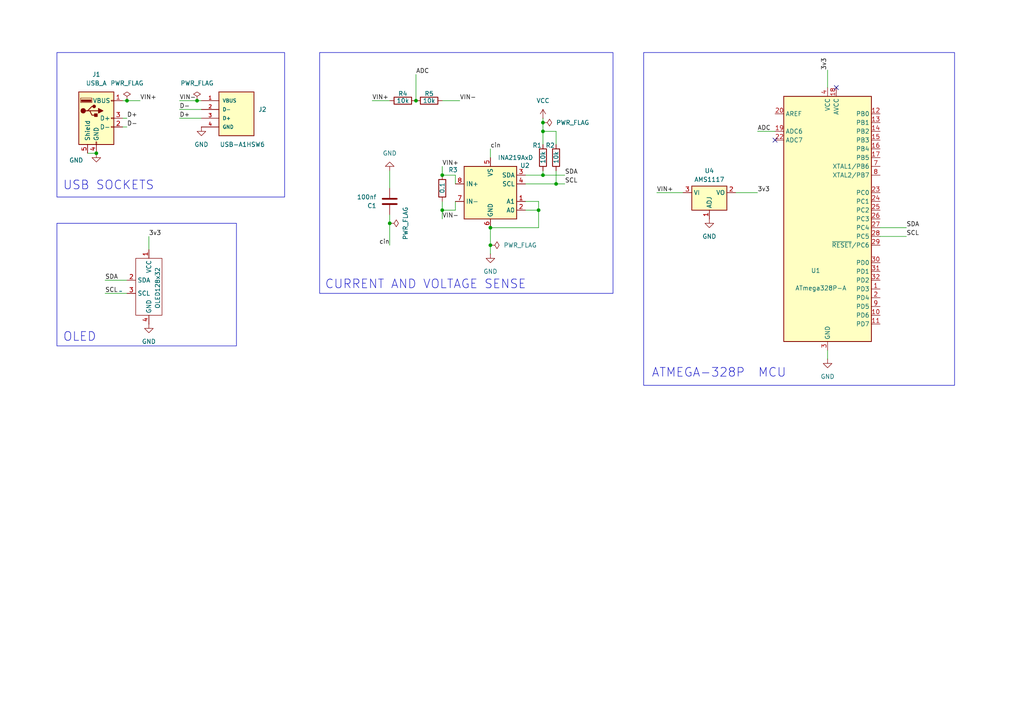
<source format=kicad_sch>
(kicad_sch (version 20250114) (generator "eeschema") (generator_version "9.0")
  (paper "A4")
  (lib_symbols
    (symbol "Connector:USB_A" (pin_names (offset 1.016))
      (property "Reference" "J" (at -5.08 11.43 0))
      (property "Value" "USB_A" (at -5.08 8.89 0))
      (symbol "USB_A_0_1"
        (rectangle (start -5.08 -7.62) (end 5.08 7.62) (stroke (width 0.254)) (fill (type background)))
        (circle (center -3.81 2.159) (radius 0.635) (stroke (width 0.254)) (fill (type outline)))
        (polyline (pts (xy -3.175 2.159) (xy -2.54 2.159) (xy -1.27 3.429) (xy -0.635 3.429)) (stroke (width 0.254)))
        (polyline (pts (xy -2.54 2.159) (xy -1.905 2.159) (xy -1.27 0.889) (xy 0 0.889)) (stroke (width 0.254)))
        (rectangle (start -1.524 4.826) (end -4.318 5.334) (fill (type outline)))
        (rectangle (start -1.27 4.572) (end -4.572 5.842))
        (circle (center -0.635 3.429) (radius 0.381) (stroke (width 0.254)) (fill (type outline)))
        (rectangle (start -0.127 -7.62) (end 0.127 -6.858))
        (rectangle (start 0.254 1.27) (end -0.508 0.508) (stroke (width 0.254)) (fill (type outline)))
        (polyline (pts (xy 0.635 2.794) (xy 0.635 1.524) (xy 1.905 2.159) (xy 0.635 2.794)) (stroke (width 0.254)) (fill (type outline)))
        (rectangle (start 5.08 4.953) (end 4.318 5.207))
        (rectangle (start 5.08 -0.127) (end 4.318 0.127))
        (rectangle (start 5.08 -2.667) (end 4.318 -2.413))
      )
      (symbol "USB_A_1_1"
        (polyline (pts (xy -1.905 2.159) (xy 0.635 2.159)) (stroke (width 0.254)))
        (pin passive line (at -2.54 -10.16 90) (length 2.54) (name "Shield") (number "5"))
        (pin power_in line (at 0 -10.16 90) (length 2.54) (name "GND") (number "4"))
        (pin power_in line (at 7.62 5.08 180) (length 2.54) (name "VBUS") (number "1"))
        (pin bidirectional line (at 7.62 0 180) (length 2.54) (name "D+") (number "3"))
        (pin bidirectional line (at 7.62 -2.54 180) (length 2.54) (name "D-") (number "2"))
      )
    )
    (symbol "Device:C" (pin_numbers (hide yes)) (pin_names (offset 0.254))
      (property "Reference" "C" (at 0.635 2.54 0))
      (property "Value" "C" (at 0.635 -2.54 0))
      (symbol "C_0_1"
        (polyline (pts (xy -2.032 0.762) (xy 2.032 0.762)) (stroke (width 0.508)))
        (polyline (pts (xy -2.032 -0.762) (xy 2.032 -0.762)) (stroke (width 0.508)))
      )
      (symbol "C_1_1"
        (pin passive line (at 0 3.81 270) (length 2.794) (name "~") (number "1"))
        (pin passive line (at 0 -3.81 90) (length 2.794) (name "~") (number "2"))
      )
    )
    (symbol "Device:R" (pin_numbers (hide yes)) (pin_names (offset 0))
      (property "Reference" "R" (at 2.032 0 90))
      (property "Value" "R" (at 0 0 90))
      (symbol "R_0_1"
        (rectangle (start -1.016 -2.54) (end 1.016 2.54) (stroke (width 0.254)))
      )
      (symbol "R_1_1"
        (pin passive line (at 0 3.81 270) (length 1.27) (name "~") (number "1"))
        (pin passive line (at 0 -3.81 90) (length 1.27) (name "~") (number "2"))
      )
    )
    (symbol "MCU_Microchip_ATmega:ATmega328P-A"
      (property "Reference" "U" (at -12.7 36.83 0))
      (property "Value" "ATmega328P-A" (at 2.54 -36.83 0))
      (symbol "ATmega328P-A_0_1"
        (rectangle (start -12.7 -35.56) (end 12.7 35.56) (stroke (width 0.254)) (fill (type background)))
      )
      (symbol "ATmega328P-A_1_1"
        (pin passive line (at -15.24 30.48 0) (length 2.54) (name "AREF") (number "20"))
        (pin input line (at -15.24 25.4 0) (length 2.54) (name "ADC6") (number "19"))
        (pin input line (at -15.24 22.86 0) (length 2.54) (name "ADC7") (number "22"))
        (pin power_in line (at 0 38.1 270) (length 2.54) (name "VCC") (number "4"))
        (pin passive line (at 0 38.1 270) (length 2.54) (hide yes) (name "VCC") (number "6"))
        (pin passive line (at 0 -38.1 90) (length 2.54) (hide yes) (name "GND") (number "21"))
        (pin power_in line (at 0 -38.1 90) (length 2.54) (name "GND") (number "3"))
        (pin passive line (at 0 -38.1 90) (length 2.54) (hide yes) (name "GND") (number "5"))
        (pin power_in line (at 2.54 38.1 270) (length 2.54) (name "AVCC") (number "18"))
        (pin bidirectional line (at 15.24 30.48 180) (length 2.54) (name "PB0") (number "12"))
        (pin bidirectional line (at 15.24 27.94 180) (length 2.54) (name "PB1") (number "13"))
        (pin bidirectional line (at 15.24 25.4 180) (length 2.54) (name "PB2") (number "14"))
        (pin bidirectional line (at 15.24 22.86 180) (length 2.54) (name "PB3") (number "15"))
        (pin bidirectional line (at 15.24 20.32 180) (length 2.54) (name "PB4") (number "16"))
        (pin bidirectional line (at 15.24 17.78 180) (length 2.54) (name "PB5") (number "17"))
        (pin bidirectional line (at 15.24 15.24 180) (length 2.54) (name "XTAL1/PB6") (number "7"))
        (pin bidirectional line (at 15.24 12.7 180) (length 2.54) (name "XTAL2/PB7") (number "8"))
        (pin bidirectional line (at 15.24 7.62 180) (length 2.54) (name "PC0") (number "23"))
        (pin bidirectional line (at 15.24 5.08 180) (length 2.54) (name "PC1") (number "24"))
        (pin bidirectional line (at 15.24 2.54 180) (length 2.54) (name "PC2") (number "25"))
        (pin bidirectional line (at 15.24 0 180) (length 2.54) (name "PC3") (number "26"))
        (pin bidirectional line (at 15.24 -2.54 180) (length 2.54) (name "PC4") (number "27"))
        (pin bidirectional line (at 15.24 -5.08 180) (length 2.54) (name "PC5") (number "28"))
        (pin bidirectional line (at 15.24 -7.62 180) (length 2.54) (name "~{RESET}/PC6") (number "29"))
        (pin bidirectional line (at 15.24 -12.7 180) (length 2.54) (name "PD0") (number "30"))
        (pin bidirectional line (at 15.24 -15.24 180) (length 2.54) (name "PD1") (number "31"))
        (pin bidirectional line (at 15.24 -17.78 180) (length 2.54) (name "PD2") (number "32"))
        (pin bidirectional line (at 15.24 -20.32 180) (length 2.54) (name "PD3") (number "1"))
        (pin bidirectional line (at 15.24 -22.86 180) (length 2.54) (name "PD4") (number "2"))
        (pin bidirectional line (at 15.24 -25.4 180) (length 2.54) (name "PD5") (number "9"))
        (pin bidirectional line (at 15.24 -27.94 180) (length 2.54) (name "PD6") (number "10"))
        (pin bidirectional line (at 15.24 -30.48 180) (length 2.54) (name "PD7") (number "11"))
      )
    )
    (symbol "Regulator_Linear:AMS1117"
      (property "Reference" "U" (at -3.81 3.175 0))
      (property "Value" "AMS1117" (at 0 3.175 0))
      (symbol "AMS1117_0_1"
        (rectangle (start -5.08 -5.08) (end 5.08 1.905) (stroke (width 0.254)) (fill (type background)))
      )
      (symbol "AMS1117_1_1"
        (pin power_in line (at -7.62 0 0) (length 2.54) (name "VI") (number "3"))
        (pin input line (at 0 -7.62 90) (length 2.54) (name "ADJ") (number "1"))
        (pin power_out line (at 7.62 0 180) (length 2.54) (name "VO") (number "2"))
      )
    )
    (symbol "Sensor_Energy:INA219AxD"
      (property "Reference" "U" (at -6.35 8.89 0))
      (property "Value" "INA219AxD" (at 5.08 8.89 0))
      (symbol "INA219AxD_0_1"
        (rectangle (start -7.62 7.62) (end 7.62 -7.62) (stroke (width 0.254)) (fill (type background)))
      )
      (symbol "INA219AxD_1_1"
        (pin input line (at -10.16 2.54 0) (length 2.54) (name "IN+") (number "8"))
        (pin input line (at -10.16 -2.54 0) (length 2.54) (name "IN-") (number "7"))
        (pin power_in line (at 0 10.16 270) (length 2.54) (name "VS") (number "5"))
        (pin power_in line (at 0 -10.16 90) (length 2.54) (name "GND") (number "6"))
        (pin bidirectional line (at 10.16 5.08 180) (length 2.54) (name "SDA") (number "3"))
        (pin input line (at 10.16 2.54 180) (length 2.54) (name "SCL") (number "4"))
        (pin input line (at 10.16 -2.54 180) (length 2.54) (name "A1") (number "1"))
        (pin input line (at 10.16 -5.08 180) (length 2.54) (name "A0") (number "2"))
      )
    )
    (symbol "USB-A1HSW6:USB-A1HSW6" (pin_names (offset 1.016))
      (property "Reference" "J" (at -5.0818 8.898 0))
      (property "Value" "USB-A1HSW6" (at -5.0836 -7.6344 0))
      (symbol "USB-A1HSW6_0_0"
        (rectangle (start -5.08 -5.08) (end 5.08 7.62) (stroke (width 0.254)) (fill (type background)))
        (pin power_in line (at -10.16 5.08 0) (length 5.08) (name "VBUS") (number "1"))
        (pin bidirectional line (at -10.16 2.54 0) (length 5.08) (name "D-") (number "2"))
        (pin bidirectional line (at -10.16 0 0) (length 5.08) (name "D+") (number "3"))
        (pin power_in line (at -10.16 -2.54 0) (length 5.08) (name "GND") (number "4"))
      )
    )
    (symbol "power:GND" (power) (pin_numbers (hide yes)) (pin_names (offset 0) (hide yes))
      (property "Value" "GND" (at 0 -3.81 0))
      (symbol "GND_0_1"
        (polyline (pts (xy 0 0) (xy 0 -1.27) (xy 1.27 -1.27) (xy 0 -2.54) (xy -1.27 -1.27) (xy 0 -1.27)))
      )
      (symbol "GND_1_1"
        (pin power_in line (at 0 0 270) (length 0) (name "~") (number "1"))
      )
    )
    (symbol "power:PWR_FLAG" (power) (pin_numbers (hide yes)) (pin_names (offset 0) (hide yes))
      (property "Value" "PWR_FLAG" (at 0 3.81 0))
      (symbol "PWR_FLAG_0_0"
        (pin power_out line (at 0 0 90) (length 0) (name "~") (number "1"))
      )
      (symbol "PWR_FLAG_0_1"
        (polyline (pts (xy 0 0) (xy 0 1.27) (xy -1.016 1.905) (xy 0 2.54) (xy 1.016 1.905) (xy 0 1.27)))
      )
    )
    (symbol "power:VCC" (power) (pin_numbers (hide yes)) (pin_names (offset 0) (hide yes))
      (property "Value" "VCC" (at 0 3.556 0))
      (symbol "VCC_0_1"
        (polyline (pts (xy -0.762 1.27) (xy 0 2.54)))
        (polyline (pts (xy 0 2.54) (xy 0.762 1.27)))
        (polyline (pts (xy 0 0) (xy 0 2.54)))
      )
      (symbol "VCC_1_1"
        (pin power_in line (at 0 0 90) (length 0) (name "~") (number "1"))
      )
    )
    (symbol "ssd1306:128x32_display"
      (property "Reference" "OLED128x32" (at 2.54 5.08 90))
      (property "Value" "~" (at -7.62 -1.905 0))
      (symbol "128x32_display_0_1"
        (rectangle (start -3.81 7.62) (end 3.81 -8.89))
      )
      (symbol "128x32_display_1_1"
        (pin bidirectional line (at -6.35 1.27 0) (length 2.54) (name "SDA") (number "2"))
        (pin bidirectional line (at -6.35 -2.54 0) (length 2.54) (name "SCL") (number "3"))
        (pin power_in line (at 0 10.16 270) (length 2.54) (name "VCC") (number "1"))
        (pin power_in line (at 0 -11.43 90) (length 2.54) (name "GND") (number "4"))
      )
    )
  )
  (rectangle (start 92.71 15.24) (end 177.8 85.09))
  (rectangle (start 186.69 15.24) (end 276.86 111.76))
  (rectangle (start 16.51 64.77) (end 68.58 100.33))
  (rectangle (start 16.51 15.24) (end 82.55 57.15))
  (text "USB SOCKETS\n" (at 31.496 53.848 0) (effects (font (size 2.54 2.54))))
  (text "OLED\n" (at 23.114 97.79 0) (effects (font (size 2.54 2.54))))
  (text "ATMEGA-328P  MCU\n\n" (at 208.534 110.236 0) (effects (font (size 2.54 2.54))))
  (text "CURRENT AND VOLTAGE SENSE" (at 123.444 82.55 0) (effects (font (size 2.54 2.54))))
  (junction (at 157.48 35.56))
  (junction (at 142.24 66.04))
  (junction (at 120.65 29.21))
  (junction (at 57.15 29.21))
  (junction (at 142.24 71.12))
  (junction (at 27.94 44.45))
  (junction (at 113.03 64.77))
  (junction (at 161.29 53.34))
  (junction (at 157.48 50.8))
  (junction (at 36.83 29.21))
  (junction (at 156.21 60.96))
  (junction (at 128.27 60.96))
  (junction (at 128.27 50.8))
  (junction (at 157.48 38.1))
  (no_connect (at 224.79 40.64))
  (no_connect (at 242.57 25.4))
  (wire (pts (xy 240.03 20.32) (xy 240.03 25.4)))
  (wire (pts (xy 52.07 31.75) (xy 58.42 31.75)))
  (wire (pts (xy 219.71 38.1) (xy 224.79 38.1)))
  (wire (pts (xy 25.4 44.45) (xy 27.94 44.45)))
  (wire (pts (xy 152.4 50.8) (xy 157.48 50.8)))
  (wire (pts (xy 255.27 66.04) (xy 262.89 66.04)))
  (wire (pts (xy 132.08 60.96) (xy 132.08 58.42)))
  (wire (pts (xy 152.4 58.42) (xy 156.21 58.42)))
  (wire (pts (xy 52.07 34.29) (xy 58.42 34.29)))
  (wire (pts (xy 142.24 43.18) (xy 142.24 45.72)))
  (wire (pts (xy 156.21 66.04) (xy 142.24 66.04)))
  (wire (pts (xy 152.4 60.96) (xy 156.21 60.96)))
  (wire (pts (xy 152.4 53.34) (xy 161.29 53.34)))
  (wire (pts (xy 133.35 29.21) (xy 128.27 29.21)))
  (wire (pts (xy 190.5 55.88) (xy 198.12 55.88)))
  (wire (pts (xy 132.08 50.8) (xy 132.08 53.34)))
  (wire (pts (xy 156.21 60.96) (xy 156.21 66.04)))
  (wire (pts (xy 113.03 71.12) (xy 113.03 64.77)))
  (wire (pts (xy 132.08 60.96) (xy 128.27 60.96)))
  (wire (pts (xy 35.56 36.83) (xy 36.83 36.83)))
  (wire (pts (xy 52.07 29.21) (xy 57.15 29.21)))
  (wire (pts (xy 113.03 54.61) (xy 113.03 49.53)))
  (wire (pts (xy 128.27 50.8) (xy 132.08 50.8)))
  (wire (pts (xy 107.95 29.21) (xy 113.03 29.21)))
  (wire (pts (xy 161.29 53.34) (xy 163.83 53.34)))
  (wire (pts (xy 240.03 104.14) (xy 240.03 101.6)))
  (wire (pts (xy 30.48 81.28) (xy 36.83 81.28)))
  (wire (pts (xy 157.48 38.1) (xy 161.29 38.1)))
  (wire (pts (xy 43.18 68.58) (xy 43.18 72.39)))
  (wire (pts (xy 35.56 29.21) (xy 36.83 29.21)))
  (wire (pts (xy 35.56 34.29) (xy 36.83 34.29)))
  (wire (pts (xy 157.48 50.8) (xy 163.83 50.8)))
  (wire (pts (xy 157.48 34.29) (xy 157.48 35.56)))
  (wire (pts (xy 157.48 38.1) (xy 157.48 41.91)))
  (wire (pts (xy 161.29 49.53) (xy 161.29 53.34)))
  (wire (pts (xy 157.48 49.53) (xy 157.48 50.8)))
  (wire (pts (xy 142.24 73.66) (xy 142.24 71.12)))
  (wire (pts (xy 157.48 35.56) (xy 157.48 38.1)))
  (wire (pts (xy 128.27 60.96) (xy 128.27 63.5)))
  (wire (pts (xy 120.65 21.59) (xy 120.65 29.21)))
  (wire (pts (xy 30.48 85.09) (xy 36.83 85.09)))
  (wire (pts (xy 36.83 29.21) (xy 40.64 29.21)))
  (wire (pts (xy 213.36 55.88) (xy 219.71 55.88)))
  (wire (pts (xy 128.27 48.26) (xy 128.27 50.8)))
  (wire (pts (xy 255.27 68.58) (xy 262.89 68.58)))
  (wire (pts (xy 142.24 71.12) (xy 142.24 66.04)))
  (wire (pts (xy 128.27 58.42) (xy 128.27 60.96)))
  (wire (pts (xy 156.21 58.42) (xy 156.21 60.96)))
  (wire (pts (xy 113.03 64.77) (xy 113.03 62.23)))
  (wire (pts (xy 161.29 41.91) (xy 161.29 38.1)))
  (wire (pts (xy 57.15 29.21) (xy 58.42 29.21)))
  (label "SCL" (at 262.89 68.58 0))
  (label "VIN-" (at 133.35 29.21 0))
  (label "VIN+" (at 40.64 29.21 0))
  (label "SDA" (at 262.89 66.04 0))
  (label "ADC" (at 219.71 38.1 0))
  (label "VIN-" (at 52.07 29.21 0))
  (label "SCL" (at 163.83 53.34 0))
  (label "D-" (at 36.83 36.83 0))
  (label "3v3" (at 240.03 20.32 90))
  (label "VIN+" (at 107.95 29.21 0))
  (label "cin" (at 113.03 71.12 180))
  (label "ADC" (at 120.65 21.59 0))
  (label "D+" (at 36.83 34.29 0))
  (label "D+" (at 52.07 34.29 0))
  (label "cin" (at 142.24 43.18 0))
  (label "3v3" (at 219.71 55.88 0))
  (label "SDA" (at 30.48 81.28 0))
  (label "VIN+" (at 190.5 55.88 0))
  (label "SCL" (at 30.48 85.09 0))
  (label "3v3" (at 43.18 68.58 0))
  (label "VIN+" (at 128.27 48.26 0))
  (label "D-" (at 52.07 31.75 0))
  (label "SDA" (at 163.83 50.8 0))
  (label "VIN-" (at 128.27 63.5 0))
  (symbol (lib_id "power:PWR_FLAG") (at 157.48 35.56 270) (unit 1)
    (property "Reference" "#FLG03" (effects (hide yes)))
    (property "Value" "PWR_FLAG" (at 161.29 35.5599 90) (effects (justify left)))
    (property "Description" "Special symbol for telling ERC where power comes from" (effects (hide yes)))
  )
  (symbol (lib_id "power:GND") (at 43.18 93.98 0) (unit 1)
    (property "Reference" "#PWR08" (effects (hide yes)))
    (property "Value" "GND" (at 43.18 99.06 0))
    (property "Description" "Power symbol creates a global label with name \"GND\" , ground" (effects (hide yes)))
  )
  (symbol (lib_id "power:PWR_FLAG") (at 36.83 29.21 0) (unit 1)
    (property "Reference" "#FLG01" (effects (hide yes)))
    (property "Value" "PWR_FLAG" (at 36.83 24.13 0))
    (property "Description" "Special symbol for telling ERC where power comes from" (effects (hide yes)))
  )
  (symbol (lib_id "Device:R") (at 157.48 45.72 180) (unit 1)
    (property "Reference" "R1" (at 154.432 42.164 0) (effects (justify right)))
    (property "Value" "10k" (at 157.48 47.498 90) (effects (justify right)))
    (property "Footprint" "Resistor_SMD:R_0201_0603Metric_Pad0.64x0.40mm_HandSolder" (effects (hide yes)))
    (property "Description" "Resistor" (effects (hide yes)))
  )
  (symbol (lib_id "power:GND") (at 240.03 104.14 0) (unit 1)
    (property "Reference" "#PWR05" (effects (hide yes)))
    (property "Value" "GND" (at 240.03 109.22 0))
    (property "Description" "Power symbol creates a global label with name \"GND\" , ground" (effects (hide yes)))
  )
  (symbol (lib_id "Device:R") (at 116.84 29.21 90) (unit 1)
    (property "Reference" "R4" (at 116.84 27.178 90))
    (property "Value" "10k" (at 116.84 29.21 90))
    (property "Footprint" "Resistor_SMD:R_0201_0603Metric_Pad0.64x0.40mm_HandSolder" (effects (hide yes)))
    (property "Description" "Resistor" (effects (hide yes)))
  )
  (symbol (lib_id "power:PWR_FLAG") (at 113.03 64.77 270) (unit 1)
    (property "Reference" "#FLG05" (effects (hide yes)))
    (property "Value" "PWR_FLAG" (at 117.602 64.77 0))
    (property "Description" "Special symbol for telling ERC where power comes from" (effects (hide yes)))
  )
  (symbol (lib_id "power:VCC") (at 157.48 34.29 0) (unit 1)
    (property "Reference" "#PWR03" (effects (hide yes)))
    (property "Value" "VCC" (at 157.48 29.21 0))
    (property "Description" "Power symbol creates a global label with name \"VCC\"" (effects (hide yes)))
  )
  (symbol (lib_id "Sensor_Energy:INA219AxD") (at 142.24 55.88 0) (unit 1)
    (property "Reference" "U2" (at 150.876 48.006 0) (effects (justify left)))
    (property "Value" "INA219AxD" (at 144.3833 45.72 0) (effects (justify left)))
    (property "Footprint" "Package_SO:SOIC-8_3.9x4.9mm_P1.27mm" (effects (hide yes)))
    (property "Datasheet" "http://www.ti.com/lit/ds/symlink/ina219.pdf" (effects (hide yes)))
    (property "Description" "Zero-Drift, Bidirectional Current/Power Monitor (0-26V) With I2C Interface, SOIC-8" (effects (hide yes)))
  )
  (symbol (lib_id "power:GND") (at 142.24 73.66 0) (unit 1)
    (property "Reference" "#PWR01" (effects (hide yes)))
    (property "Value" "GND" (at 142.24 78.74 0))
    (property "Description" "Power symbol creates a global label with name \"GND\" , ground" (effects (hide yes)))
  )
  (symbol (lib_id "power:GND") (at 27.94 44.45 0) (unit 1)
    (property "Reference" "#PWR06" (effects (hide yes)))
    (property "Value" "GND" (at 22.098 46.482 0))
    (property "Description" "Power symbol creates a global label with name \"GND\" , ground" (effects (hide yes)))
  )
  (symbol (lib_id "power:PWR_FLAG") (at 57.15 29.21 0) (unit 1)
    (property "Reference" "#FLG02" (effects (hide yes)))
    (property "Value" "PWR_FLAG" (at 57.15 24.13 0))
    (property "Description" "Special symbol for telling ERC where power comes from" (effects (hide yes)))
  )
  (symbol (lib_id "Device:R") (at 161.29 45.72 0) (unit 1)
    (property "Reference" "R2" (at 158.242 42.164 0) (effects (justify left)))
    (property "Value" "10k" (at 161.29 47.498 90) (effects (justify left)))
    (property "Footprint" "Resistor_SMD:R_0201_0603Metric_Pad0.64x0.40mm_HandSolder" (effects (hide yes)))
    (property "Description" "Resistor" (effects (hide yes)))
  )
  (symbol (lib_id "power:GND") (at 58.42 36.83 0) (unit 1)
    (property "Reference" "#PWR07" (effects (hide yes)))
    (property "Value" "GND" (at 58.42 41.91 0))
    (property "Description" "Power symbol creates a global label with name \"GND\" , ground" (effects (hide yes)))
  )
  (symbol (lib_id "Device:C") (at 113.03 58.42 180) (unit 1)
    (property "Reference" "C1" (at 109.22 59.6901 0) (effects (justify left)))
    (property "Value" "100nf" (at 109.22 57.1501 0) (effects (justify left)))
    (property "Footprint" "Capacitor_SMD:CP_Elec_4x3" (effects (hide yes)))
    (property "Description" "Unpolarized capacitor" (effects (hide yes)))
  )
  (symbol (lib_id "ssd1306:128x32_display") (at 43.18 82.55 0) (unit 1)
    (property "Reference" "OLED128x32" (at 45.72 77.47 90) (effects (justify right)))
    (property "Value" "~" (at 35.56 84.455 0) (effects (justify right)))
    (property "Footprint" "SSD1306:SSD1306-0.91-OLED-4pin-128x32" (effects (hide yes)))
  )
  (symbol (lib_id "power:GND") (at 205.74 63.5 0) (unit 1)
    (property "Reference" "#PWR04" (effects (hide yes)))
    (property "Value" "GND" (at 205.74 68.58 0))
    (property "Description" "Power symbol creates a global label with name \"GND\" , ground" (effects (hide yes)))
  )
  (symbol (lib_id "power:GND") (at 113.03 49.53 180) (unit 1)
    (property "Reference" "#PWR02" (effects (hide yes)))
    (property "Value" "GND" (at 113.03 44.45 0))
    (property "Description" "Power symbol creates a global label with name \"GND\" , ground" (effects (hide yes)))
  )
  (symbol (lib_id "Connector:USB_A") (at 27.94 34.29 0) (unit 1)
    (property "Reference" "J1" (at 27.94 21.59 0))
    (property "Value" "USB_A" (at 27.94 24.13 0))
    (property "Footprint" "Connector_USB:USB_A_CNCTech_1001-011-01101_Horizontal" (effects (hide yes)))
    (property "Description" "USB Type A connector" (effects (hide yes)))
  )
  (symbol (lib_id "power:PWR_FLAG") (at 142.24 71.12 270) (unit 1)
    (property "Reference" "#FLG04" (effects (hide yes)))
    (property "Value" "PWR_FLAG" (at 146.05 71.1199 90) (effects (justify left)))
    (property "Description" "Special symbol for telling ERC where power comes from" (effects (hide yes)))
  )
  (symbol (lib_id "Device:R") (at 124.46 29.21 90) (unit 1)
    (property "Reference" "R5" (at 124.46 27.178 90))
    (property "Value" "10k" (at 124.46 29.21 90))
    (property "Footprint" "Resistor_SMD:R_0201_0603Metric_Pad0.64x0.40mm_HandSolder" (effects (hide yes)))
    (property "Description" "Resistor" (effects (hide yes)))
  )
  (symbol (lib_id "USB-A1HSW6:USB-A1HSW6") (at 68.58 34.29 0) (unit 1)
    (property "Reference" "J2" (at 74.93 31.7499 0) (effects (justify left)))
    (property "Value" "USB-A1HSW6" (at 63.754 41.91 0) (effects (justify left)))
    (property "Footprint" "USBF:OST_USB-A1HSW6" (effects (hide yes)))
    (property "MF" "On Shore" (effects (hide yes)))
    (property "MAXIMUM_PACKAGE_HEIGHT" "7.1 mm" (effects (hide yes)))
    (property "Package" "None" (effects (hide yes)))
    (property "Price" "None" (effects (hide yes)))
    (property "Check_prices" "https://www.snapeda.com/parts/USB-A1HSW6/ON/view-part/?ref=eda" (effects (hide yes)))
    (property "STANDARD" "Manufacturer Recommendations" (effects (hide yes)))
    (property "PARTREV" "A" (effects (hide yes)))
    (property "SnapEDA_Link" "https://www.snapeda.com/parts/USB-A1HSW6/ON/view-part/?ref=snap" (effects (hide yes)))
    (property "MP" "USB-A1HSW6" (effects (hide yes)))
    (property "Description_1" "USB-A (USB TYPE-A) - Receptacle Connector 4 Position Through Hole, Right Angle" (effects (hide yes)))
    (property "Availability" "In Stock" (effects (hide yes)))
    (property "MANUFACTURER" "On Shore" (effects (hide yes)))
  )
  (symbol (lib_id "Regulator_Linear:AMS1117") (at 205.74 55.88 0) (unit 1)
    (property "Reference" "U4" (at 205.74 49.53 0))
    (property "Value" "AMS1117" (at 205.74 52.07 0))
    (property "Footprint" "Package_TO_SOT_SMD:SOT-223-3_TabPin2" (effects (hide yes)))
    (property "Datasheet" "http://www.advanced-monolithic.com/pdf/ds1117.pdf" (effects (hide yes)))
    (property "Description" "1A Low Dropout regulator, positive, adjustable output, SOT-223" (effects (hide yes)))
  )
  (symbol (lib_id "MCU_Microchip_ATmega:ATmega328P-A") (at 240.03 63.5 0) (unit 1)
    (property "Reference" "U1" (at 235.204 78.486 0) (effects (justify left)))
    (property "Value" "ATmega328P-A" (at 230.632 83.566 0) (effects (justify left)))
    (property "Footprint" "Package_QFP:TQFP-32_7x7mm_P0.8mm" (effects (hide yes)))
    (property "Datasheet" "http://ww1.microchip.com/downloads/en/DeviceDoc/ATmega328_P%20AVR%20MCU%20with%20picoPower%20Technology%20Data%20Sheet%2040001984A.pdf" (effects (hide yes)))
    (property "Description" "20MHz, 32kB Flash, 2kB SRAM, 1kB EEPROM, TQFP-32" (effects (hide yes)))
  )
  (symbol (lib_id "Device:R") (at 128.27 54.61 180) (unit 1)
    (property "Reference" "R3" (at 130.048 49.276 0) (effects (justify right)))
    (property "Value" "0.1" (at 128.27 56.134 90) (effects (justify right)))
    (property "Footprint" "Resistor_SMD:R_0201_0603Metric_Pad0.64x0.40mm_HandSolder" (effects (hide yes)))
    (property "Description" "Resistor" (effects (hide yes)))
  )
)
</source>
